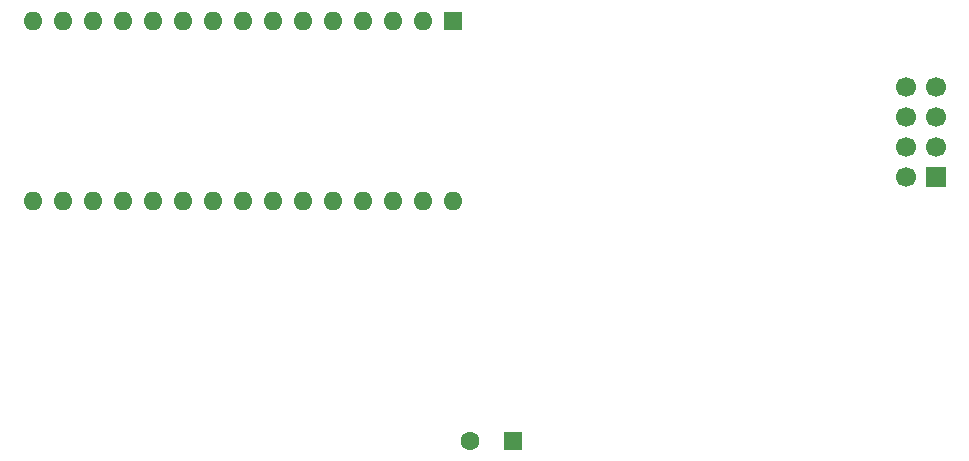
<source format=gbr>
%TF.GenerationSoftware,KiCad,Pcbnew,(6.0.5)*%
%TF.CreationDate,2022-06-15T21:14:50-03:00*%
%TF.ProjectId,transmitter-pcb,7472616e-736d-4697-9474-65722d706362,rev?*%
%TF.SameCoordinates,Original*%
%TF.FileFunction,Copper,L2,Bot*%
%TF.FilePolarity,Positive*%
%FSLAX46Y46*%
G04 Gerber Fmt 4.6, Leading zero omitted, Abs format (unit mm)*
G04 Created by KiCad (PCBNEW (6.0.5)) date 2022-06-15 21:14:50*
%MOMM*%
%LPD*%
G01*
G04 APERTURE LIST*
G04 Aperture macros list*
%AMRoundRect*
0 Rectangle with rounded corners*
0 $1 Rounding radius*
0 $2 $3 $4 $5 $6 $7 $8 $9 X,Y pos of 4 corners*
0 Add a 4 corners polygon primitive as box body*
4,1,4,$2,$3,$4,$5,$6,$7,$8,$9,$2,$3,0*
0 Add four circle primitives for the rounded corners*
1,1,$1+$1,$2,$3*
1,1,$1+$1,$4,$5*
1,1,$1+$1,$6,$7*
1,1,$1+$1,$8,$9*
0 Add four rect primitives between the rounded corners*
20,1,$1+$1,$2,$3,$4,$5,0*
20,1,$1+$1,$4,$5,$6,$7,0*
20,1,$1+$1,$6,$7,$8,$9,0*
20,1,$1+$1,$8,$9,$2,$3,0*%
G04 Aperture macros list end*
%TA.AperFunction,ComponentPad*%
%ADD10O,1.600000X1.600000*%
%TD*%
%TA.AperFunction,ComponentPad*%
%ADD11R,1.600000X1.600000*%
%TD*%
%TA.AperFunction,ComponentPad*%
%ADD12R,1.700000X1.700000*%
%TD*%
%TA.AperFunction,ComponentPad*%
%ADD13C,1.700000*%
%TD*%
%TA.AperFunction,ComponentPad*%
%ADD14RoundRect,0.250000X0.550000X0.550000X-0.550000X0.550000X-0.550000X-0.550000X0.550000X-0.550000X0*%
%TD*%
%TA.AperFunction,ComponentPad*%
%ADD15C,1.600000*%
%TD*%
G04 APERTURE END LIST*
D10*
%TO.P,A1,30,VIN*%
%TO.N,Net-(A1-Pad30)*%
X129540000Y-101600000D03*
%TO.P,A1,29,GND*%
%TO.N,Net-(A1-Pad29)*%
X127000000Y-101600000D03*
%TO.P,A1,28,~{RESET}*%
%TO.N,unconnected-(A1-Pad28)*%
X124460000Y-101600000D03*
%TO.P,A1,27,+5V*%
%TO.N,unconnected-(A1-Pad27)*%
X121920000Y-101600000D03*
%TO.P,A1,26,A7*%
%TO.N,unconnected-(A1-Pad26)*%
X119380000Y-101600000D03*
%TO.P,A1,25,A6*%
%TO.N,unconnected-(A1-Pad25)*%
X116840000Y-101600000D03*
%TO.P,A1,24,SCL/A5*%
%TO.N,unconnected-(A1-Pad24)*%
X114300000Y-101600000D03*
%TO.P,A1,23,SDA/A4*%
%TO.N,unconnected-(A1-Pad23)*%
X111760000Y-101600000D03*
%TO.P,A1,22,A3*%
%TO.N,unconnected-(A1-Pad22)*%
X109220000Y-101600000D03*
%TO.P,A1,21,A2*%
%TO.N,unconnected-(A1-Pad21)*%
X106680000Y-101600000D03*
%TO.P,A1,20,A1*%
%TO.N,unconnected-(A1-Pad20)*%
X104140000Y-101600000D03*
%TO.P,A1,19,A0*%
%TO.N,unconnected-(A1-Pad19)*%
X101600000Y-101600000D03*
%TO.P,A1,18,AREF*%
%TO.N,unconnected-(A1-Pad18)*%
X99060000Y-101600000D03*
%TO.P,A1,17,3V3*%
%TO.N,unconnected-(A1-Pad17)*%
X96520000Y-101600000D03*
%TO.P,A1,16,SCK*%
%TO.N,Net-(A1-Pad16)*%
X93980000Y-101600000D03*
%TO.P,A1,15,MISO*%
%TO.N,Net-(A1-Pad15)*%
X93980000Y-86360000D03*
%TO.P,A1,14,MOSI*%
%TO.N,Net-(A1-Pad14)*%
X96520000Y-86360000D03*
%TO.P,A1,13,D10*%
%TO.N,unconnected-(A1-Pad13)*%
X99060000Y-86360000D03*
%TO.P,A1,12,D9*%
%TO.N,unconnected-(A1-Pad12)*%
X101600000Y-86360000D03*
%TO.P,A1,11,D8*%
%TO.N,Net-(A1-Pad11)*%
X104140000Y-86360000D03*
%TO.P,A1,10,D7*%
%TO.N,Net-(A1-Pad10)*%
X106680000Y-86360000D03*
%TO.P,A1,9,D6*%
%TO.N,unconnected-(A1-Pad9)*%
X109220000Y-86360000D03*
%TO.P,A1,8,D5*%
%TO.N,unconnected-(A1-Pad8)*%
X111760000Y-86360000D03*
%TO.P,A1,7,D4*%
%TO.N,unconnected-(A1-Pad7)*%
X114300000Y-86360000D03*
%TO.P,A1,6,D3*%
%TO.N,unconnected-(A1-Pad6)*%
X116840000Y-86360000D03*
%TO.P,A1,5,D2*%
%TO.N,unconnected-(A1-Pad5)*%
X119380000Y-86360000D03*
%TO.P,A1,4,GND*%
%TO.N,Net-(A1-Pad29)*%
X121920000Y-86360000D03*
%TO.P,A1,3,~{RESET}*%
%TO.N,unconnected-(A1-Pad3)*%
X124460000Y-86360000D03*
%TO.P,A1,2,RX1*%
%TO.N,unconnected-(A1-Pad2)*%
X127000000Y-86360000D03*
D11*
%TO.P,A1,1,TX1*%
%TO.N,unconnected-(A1-Pad1)*%
X129540000Y-86360000D03*
%TD*%
D12*
%TO.P,U2,1,GND*%
%TO.N,Net-(C1-Pad2)*%
X170480000Y-99605000D03*
D13*
%TO.P,U2,2,VCC*%
%TO.N,Net-(U1-Pad1)*%
X167940000Y-99605000D03*
%TO.P,U2,3,CE*%
%TO.N,Net-(A1-Pad10)*%
X170480000Y-97065000D03*
%TO.P,U2,4,CSN*%
%TO.N,Net-(A1-Pad11)*%
X167940000Y-97065000D03*
%TO.P,U2,5,SCK*%
%TO.N,Net-(A1-Pad16)*%
X170480000Y-94525000D03*
%TO.P,U2,6,MOSI*%
%TO.N,Net-(A1-Pad14)*%
X167940000Y-94525000D03*
%TO.P,U2,7,MISO*%
%TO.N,Net-(A1-Pad15)*%
X170480000Y-91985000D03*
%TO.P,U2,8,IRQ*%
%TO.N,unconnected-(U2-Pad8)*%
X167940000Y-91985000D03*
%TD*%
D14*
%TO.P,J1,1,Pin_1*%
%TO.N,Net-(A1-Pad30)*%
X134620000Y-121920000D03*
D15*
%TO.P,J1,2,Pin_2*%
%TO.N,Net-(C1-Pad2)*%
X131020000Y-121920000D03*
%TD*%
M02*

</source>
